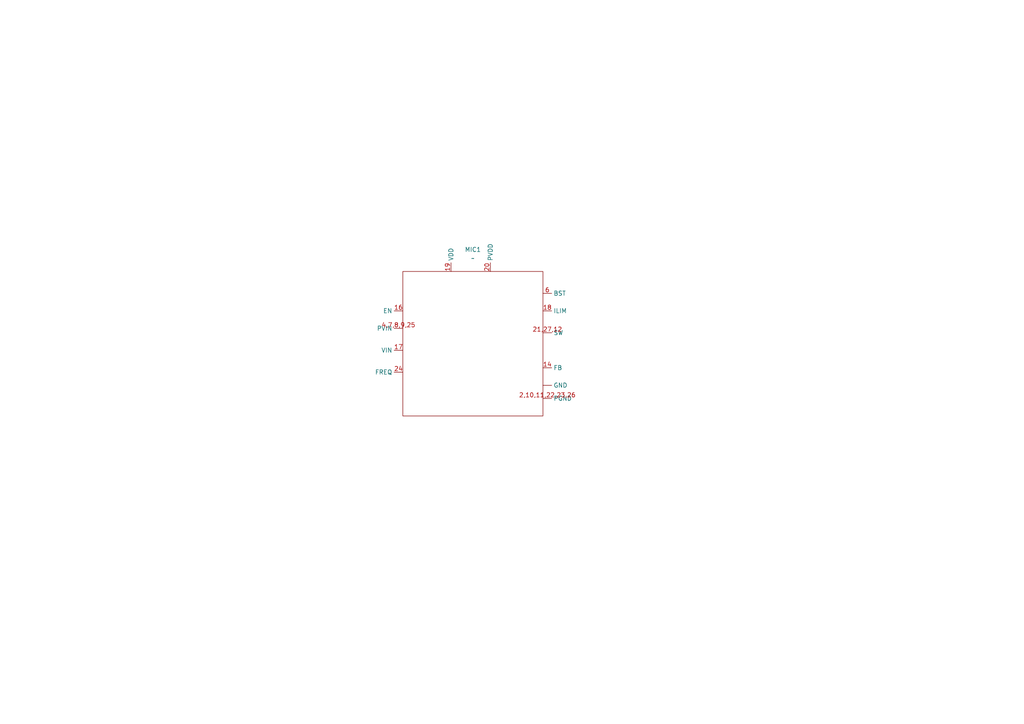
<source format=kicad_sch>
(kicad_sch (version 20231120) (generator "eeschema") (generator_version "8.0")
  (paper "A4")
  (lib_symbols
    (symbol "regulator:MIC28511"
      (property "Reference" "MIC28511" (at 0 0 0))
      (symbol "MIC28511_0_1"
        (rectangle (start -20.32 21.59) (end 20.32 -20.32))
      )
      (symbol "MIC28511_1_1"
        (pin power_in line (at 20.32 -11.43 0) (length 2.54) (name "GND") (number ""))
        (pin power_out line (at 20.32 -6.35 0) (length 2.54) (name "FB") (number "14"))
        (pin input line (at -20.32 10.16 180) (length 2.54) (name "EN") (number "16"))
        (pin power_in line (at -20.32 -1.27 180) (length 2.54) (name "VIN") (number "17"))
        (pin power_in line (at 20.32 10.16 0) (length 2.54) (name "ILIM") (number "18"))
        (pin power_in line (at -6.35 21.59 90) (length 2.54) (name "VDD") (number "19"))
        (pin power_in line (at 20.32 -15.24 0) (length 2.54) (name "PGND") (number "2,10,11,22,23,26"))
        (pin power_in line (at 5.08 21.59 90) (length 2.54) (name "PVDD") (number "20"))
        (pin power_out line (at 20.32 3.81 0) (length 2.54) (name "SW") (number "21,27,12"))
        (pin input line (at -20.32 -7.62 180) (length 2.54) (name "FREQ") (number "24"))
        (pin power_in line (at -20.32 5.08 180) (length 2.54) (name "PVIN") (number "4,7,8,9,25"))
        (pin power_in line (at 20.32 15.24 0) (length 2.54) (name "BST") (number "6"))
      )
    )
  )
  (symbol (lib_id "regulator:MIC28511") (at 137.16 100.33 0) (unit 1)
    (property "Reference" "MIC1" (at 137.16 72.39 0))
    (property "Value" "~" (at 137.16 74.93 0))
  )
)
</source>
